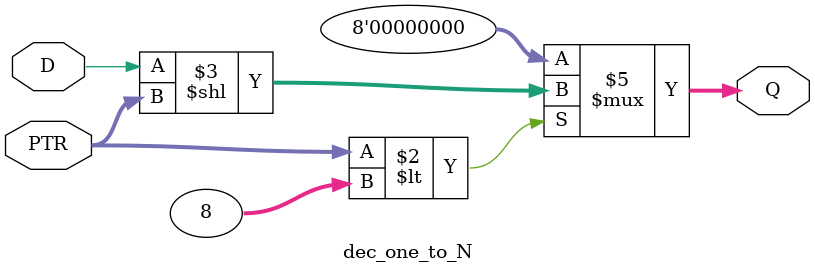
<source format=v>
/* =====================================================================
-- Copyright 2021
-- IMMS GmbH
-- All rights reserved
--
-- ---------------------------------------------------------------------
-- Title: Decoder Basic Blocks
-- ---------------------------------------------------------------------
-- Associated Filename: dec.v
-- Description: A variety of decoder implementation
-- Assumption: external signals
-- Limitation: clk frequency
-- =====================================================================
*/

`timescale 1ns/1ps

/*
-- ---------------------------------------------------------------------
-- One-Hot Decoder
-- ---------------------------------------------------------------------
*/

module dec_one_hot #(
    //-- Decoder Width
    parameter PTR_BIT_WIDTH = 3,
    parameter DEC_BIT_WIDTH = 8
)
(
    //-- Inputs
    input wire [PTR_BIT_WIDTH-1:0] PTR,
    //-- Outputs
    output reg [DEC_BIT_WIDTH-1:0] Q
);

//-- Output selection
always @(*)
begin

    //-- Default selection
    Q = {DEC_BIT_WIDTH{1'b0}};

    //-- Valid value for pointer
    if (PTR < DEC_BIT_WIDTH)
    begin
        Q = 1'b1 << PTR;
    end
end

endmodule

/*
-- ---------------------------------------------------------------------
-- One-to-N Decoder
-- ---------------------------------------------------------------------
*/

module dec_one_to_N #(
    //-- Decoder Width
    parameter PTR_BIT_WIDTH = 3,
    parameter DEC_BIT_WIDTH = 8
)
(
    //-- Inputs
    input wire [PTR_BIT_WIDTH-1:0] PTR,
    input wire D,
    //-- Outputs
    output reg [DEC_BIT_WIDTH-1:0] Q
);

//-- Output selection
always @(*)
begin

    //-- Default selection
    Q = {DEC_BIT_WIDTH{1'b0}};

    //-- Valid value for pointer
    if (PTR < DEC_BIT_WIDTH)
    begin
        Q = D << PTR;
    end
end

endmodule

</source>
